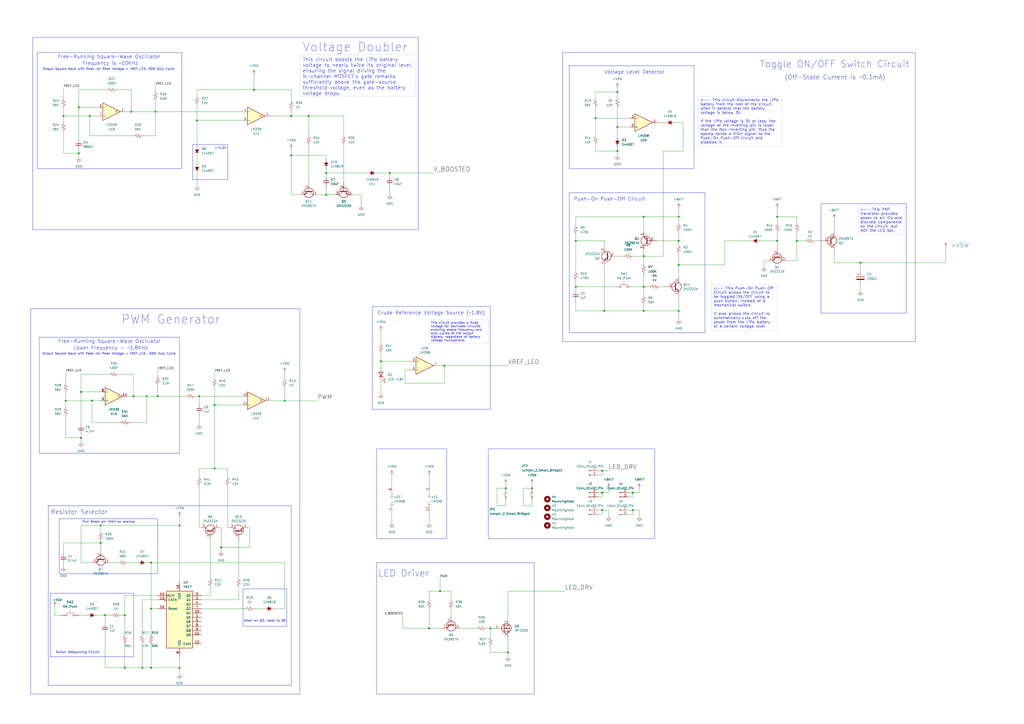
<source format=kicad_sch>
(kicad_sch (version 20231120) (generator "eeschema") (generator_version "8.0")
  (paper "A2")
  (junction (at 45.72 62.23))
  (junction (at 104.14 304.8))
  (junction (at 393.7 180.34))
  (junction (at 53.34 232.41))
  (junction (at 85.09 229.87))
  (junction (at 72.39 387.35))
  (junction (at 46.99 254))
  (junction (at 373.38 148.59))
  (junction (at 114.3 69.85))
  (junction (at 165.1 232.41))
  (junction (at 393.7 153.67))
  (junction (at 77.47 229.87))
  (junction (at 334.01 166.37))
  (junction (at 82.55 387.35))
  (junction (at 38.1 232.41))
  (junction (at 87.63 326.39))
  (junction (at 87.63 353.06))
  (junction (at 358.14 53.34))
  (junction (at 60.96 356.87))
  (junction (at 58.42 314.96))
  (junction (at 257.81 212.09))
  (junction (at 373.38 166.37))
  (junction (at 189.23 100.33))
  (junction (at 349.25 295.91))
  (junction (at 255.27 342.9))
  (junction (at 349.25 285.75))
  (junction (at 179.07 67.31))
  (junction (at 450.85 125.73))
  (junction (at 115.57 229.87))
  (junction (at 358.14 87.63))
  (junction (at 147.32 52.07))
  (junction (at 462.28 139.7))
  (junction (at 124.46 234.95))
  (junction (at 72.39 356.87))
  (junction (at 52.07 67.31))
  (junction (at 373.38 180.34))
  (junction (at 373.38 125.73))
  (junction (at 168.91 67.31))
  (junction (at 58.42 304.8))
  (junction (at 294.64 378.46))
  (junction (at 46.99 227.33))
  (junction (at 393.7 139.7))
  (junction (at 45.72 88.9))
  (junction (at 124.46 271.78))
  (junction (at 226.06 100.33))
  (junction (at 189.23 113.03))
  (junction (at 220.98 209.55))
  (junction (at 91.44 229.87))
  (junction (at 350.52 180.34))
  (junction (at 367.03 285.75))
  (junction (at 393.7 125.73))
  (junction (at 168.91 90.17))
  (junction (at 248.92 364.49))
  (junction (at 36.83 67.31))
  (junction (at 499.11 152.4))
  (junction (at 367.03 295.91))
  (junction (at 293.37 283.21))
  (junction (at 90.17 64.77))
  (junction (at 284.48 364.49))
  (junction (at 334.01 139.7))
  (junction (at 128.27 317.5))
  (junction (at 358.14 73.66))
  (junction (at 87.63 387.35))
  (junction (at 450.85 139.7))
  (junction (at 76.2 64.77))
  (junction (at 345.44 68.58))
  (junction (at 308.61 283.21))
  (junction (at 349.25 273.05))
  (junction (at 104.14 387.35))
  (wire (pts (xy 220.98 204.47) (xy 220.98 209.55)))
  (wire (pts (xy 124.46 234.95) (xy 140.97 234.95)))
  (wire (pts (xy 62.23 52.07) (xy 45.72 52.07)))
  (wire (pts (xy 462.28 129.54) (xy 462.28 125.73)))
  (wire (pts (xy 165.1 232.41) (xy 184.15 232.41)))
  (wire (pts (xy 308.61 289.56) (xy 308.61 293.37)))
  (wire (pts (xy 373.38 134.62) (xy 373.38 125.73)))
  (wire (pts (xy 294.64 369.57) (xy 294.64 378.46)))
  (wire (pts (xy 346.71 285.75) (xy 349.25 285.75)))
  (wire (pts (xy 227.33 297.18) (xy 227.33 303.53)))
  (wire (pts (xy 334.01 162.56) (xy 334.01 166.37)))
  (wire (pts (xy 209.55 113.03) (xy 209.55 119.38)))
  (wire (pts (xy 72.39 345.44) (xy 91.44 345.44)))
  (wire (pts (xy 218.44 100.33) (xy 226.06 100.33)))
  (wire (pts (xy 548.64 152.4) (xy 499.11 152.4)))
  (wire (pts (xy 168.91 63.5) (xy 168.91 67.31)))
  (wire (pts (xy 189.23 107.95) (xy 189.23 113.03)))
  (wire (pts (xy 345.44 62.23) (xy 345.44 68.58)))
  (wire (pts (xy 364.49 288.29) (xy 367.03 288.29)))
  (wire (pts (xy 257.81 222.25) (xy 257.81 212.09)))
  (wire (pts (xy 45.72 356.87) (xy 50.8 356.87)))
  (wire (pts (xy 373.38 166.37) (xy 373.38 171.45)))
  (wire (pts (xy 261.62 342.9) (xy 261.62 347.98)))
  (wire (pts (xy 308.61 280.67) (xy 308.61 283.21)))
  (wire (pts (xy 358.14 73.66) (xy 365.76 73.66)))
  (wire (pts (xy 220.98 191.77) (xy 220.98 199.39)))
  (wire (pts (xy 38.1 215.9) (xy 38.1 222.25)))
  (wire (pts (xy 38.1 232.41) (xy 38.1 236.22)))
  (wire (pts (xy 467.36 139.7) (xy 462.28 139.7)))
  (wire (pts (xy 45.72 62.23) (xy 57.15 62.23)))
  (wire (pts (xy 179.07 83.82) (xy 179.07 105.41)))
  (wire (pts (xy 45.72 88.9) (xy 45.72 91.44)))
  (wire (pts (xy 327.66 342.9) (xy 294.64 342.9)))
  (wire (pts (xy 31.75 356.87) (xy 31.75 351.79)))
  (wire (pts (xy 435.61 139.7) (xy 420.37 139.7)))
  (wire (pts (xy 189.23 100.33) (xy 213.36 100.33)))
  (wire (pts (xy 38.1 232.41) (xy 53.34 232.41)))
  (wire (pts (xy 462.28 139.7) (xy 462.28 151.13)))
  (wire (pts (xy 462.28 139.7) (xy 462.28 134.62)))
  (wire (pts (xy 138.43 335.28) (xy 138.43 313.69)))
  (wire (pts (xy 124.46 224.79) (xy 124.46 234.95)))
  (wire (pts (xy 261.62 353.06) (xy 261.62 356.87)))
  (wire (pts (xy 248.92 353.06) (xy 248.92 364.49)))
  (wire (pts (xy 377.19 166.37) (xy 373.38 166.37)))
  (wire (pts (xy 104.14 304.8) (xy 104.14 337.82)))
  (wire (pts (xy 199.39 83.82) (xy 199.39 105.41)))
  (wire (pts (xy 293.37 289.56) (xy 293.37 293.37)))
  (wire (pts (xy 227.33 275.59) (xy 227.33 281.94)))
  (wire (pts (xy 115.57 276.86) (xy 115.57 271.78)))
  (wire (pts (xy 266.7 364.49) (xy 276.86 364.49)))
  (wire (pts (xy 349.25 295.91) (xy 349.25 298.45)))
  (wire (pts (xy 455.93 151.13) (xy 462.28 151.13)))
  (wire (pts (xy 85.09 229.87) (xy 91.44 229.87)))
  (wire (pts (xy 77.47 78.74) (xy 52.07 78.74)))
  (wire (pts (xy 294.64 342.9) (xy 294.64 359.41)))
  (wire (pts (xy 114.3 60.96) (xy 114.3 69.85)))
  (wire (pts (xy 53.34 245.11) (xy 53.34 232.41)))
  (wire (pts (xy 121.92 345.44) (xy 121.92 340.36)))
  (wire (pts (xy 114.3 90.17) (xy 114.3 95.25)))
  (wire (pts (xy 115.57 240.03) (xy 115.57 246.38)))
  (wire (pts (xy 104.14 381) (xy 104.14 387.35)))
  (wire (pts (xy 165.1 326.39) (xy 165.1 353.06)))
  (wire (pts (xy 350.52 180.34) (xy 373.38 180.34)))
  (wire (pts (xy 87.63 373.38) (xy 87.63 387.35)))
  (wire (pts (xy 226.06 107.95) (xy 226.06 113.03)))
  (wire (pts (xy 226.06 100.33) (xy 226.06 102.87)))
  (wire (pts (xy 367.03 166.37) (xy 373.38 166.37)))
  (wire (pts (xy 334.01 180.34) (xy 350.52 180.34)))
  (wire (pts (xy 45.72 52.07) (xy 45.72 62.23)))
  (wire (pts (xy 77.47 217.17) (xy 68.58 217.17)))
  (wire (pts (xy 293.37 283.21) (xy 293.37 284.48)))
  (wire (pts (xy 104.14 299.72) (xy 104.14 304.8)))
  (wire (pts (xy 450.85 125.73) (xy 450.85 129.54)))
  (wire (pts (xy 294.64 378.46) (xy 294.64 381)))
  (wire (pts (xy 353.06 295.91) (xy 353.06 299.72)))
  (wire (pts (xy 144.78 317.5) (xy 144.78 306.07)))
  (wire (pts (xy 36.83 76.2) (xy 36.83 88.9)))
  (wire (pts (xy 128.27 317.5) (xy 144.78 317.5)))
  (wire (pts (xy 254 212.09) (xy 257.81 212.09)))
  (wire (pts (xy 85.09 245.11) (xy 74.93 245.11)))
  (wire (pts (xy 393.7 147.32) (xy 393.7 153.67)))
  (wire (pts (xy 345.44 87.63) (xy 358.14 87.63)))
  (wire (pts (xy 358.14 73.66) (xy 358.14 80.01)))
  (wire (pts (xy 52.07 67.31) (xy 57.15 67.31)))
  (wire (pts (xy 349.25 273.05) (xy 353.06 273.05)))
  (wire (pts (xy 46.99 227.33) (xy 46.99 246.38)))
  (wire (pts (xy 358.14 85.09) (xy 358.14 87.63)))
  (wire (pts (xy 168.91 86.36) (xy 168.91 90.17)))
  (wire (pts (xy 45.72 86.36) (xy 45.72 88.9)))
  (wire (pts (xy 36.83 321.31) (xy 36.83 314.96)))
  (wire (pts (xy 334.01 125.73) (xy 373.38 125.73)))
  (wire (pts (xy 346.71 275.59) (xy 349.25 275.59)))
  (wire (pts (xy 76.2 64.77) (xy 76.2 52.07)))
  (wire (pts (xy 114.3 52.07) (xy 114.3 55.88)))
  (wire (pts (xy 220.98 220.98) (xy 220.98 228.6)))
  (wire (pts (xy 38.1 227.33) (xy 38.1 232.41)))
  (wire (pts (xy 72.39 368.3) (xy 72.39 356.87)))
  (wire (pts (xy 396.24 71.12) (xy 396.24 87.63)))
  (wire (pts (xy 548.64 143.51) (xy 548.64 152.4)))
  (wire (pts (xy 127 306.07) (xy 128.27 306.07)))
  (wire (pts (xy 189.23 100.33) (xy 189.23 97.79)))
  (wire (pts (xy 308.61 283.21) (xy 308.61 284.48)))
  (wire (pts (xy 69.85 356.87) (xy 72.39 356.87)))
  (wire (pts (xy 248.92 347.98) (xy 248.92 342.9)))
  (wire (pts (xy 391.16 71.12) (xy 396.24 71.12)))
  (wire (pts (xy 115.57 229.87) (xy 140.97 229.87)))
  (wire (pts (xy 349.25 273.05) (xy 349.25 275.59)))
  (wire (pts (xy 370.84 295.91) (xy 370.84 299.72)))
  (wire (pts (xy 36.83 314.96) (xy 58.42 314.96)))
  (wire (pts (xy 393.7 134.62) (xy 393.7 139.7)))
  (wire (pts (xy 450.85 134.62) (xy 450.85 139.7)))
  (wire (pts (xy 284.48 364.49) (xy 284.48 369.57)))
  (wire (pts (xy 58.42 314.96) (xy 58.42 318.77)))
  (wire (pts (xy 364.49 285.75) (xy 367.03 285.75)))
  (wire (pts (xy 303.53 283.21) (xy 308.61 283.21)))
  (wire (pts (xy 248.92 275.59) (xy 248.92 281.94)))
  (wire (pts (xy 69.85 245.11) (xy 53.34 245.11)))
  (wire (pts (xy 36.83 326.39) (xy 36.83 328.93)))
  (wire (pts (xy 334.01 139.7) (xy 334.01 157.48)))
  (wire (pts (xy 220.98 209.55) (xy 220.98 213.36)))
  (wire (pts (xy 116.84 347.98) (xy 138.43 347.98)))
  (wire (pts (xy 350.52 139.7) (xy 334.01 139.7)))
  (wire (pts (xy 115.57 281.94) (xy 115.57 306.07)))
  (wire (pts (xy 114.3 100.33) (xy 114.3 107.95)))
  (wire (pts (xy 90.17 78.74) (xy 82.55 78.74)))
  (wire (pts (xy 76.2 52.07) (xy 67.31 52.07)))
  (wire (pts (xy 220.98 209.55) (xy 238.76 209.55)))
  (wire (pts (xy 204.47 113.03) (xy 209.55 113.03)))
  (wire (pts (xy 132.08 271.78) (xy 132.08 276.86)))
  (wire (pts (xy 46.99 304.8) (xy 58.42 304.8)))
  (wire (pts (xy 349.25 295.91) (xy 353.06 295.91)))
  (wire (pts (xy 58.42 308.61) (xy 58.42 304.8)))
  (wire (pts (xy 233.68 356.87) (xy 233.68 364.49)))
  (wire (pts (xy 60.96 367.03) (xy 60.96 387.35)))
  (wire (pts (xy 393.7 171.45) (xy 393.7 180.34)))
  (wire (pts (xy 353.06 283.21) (xy 353.06 285.75)))
  (wire (pts (xy 288.29 293.37) (xy 288.29 283.21)))
  (wire (pts (xy 396.24 87.63) (xy 384.81 87.63)))
  (wire (pts (xy 52.07 78.74) (xy 52.07 67.31)))
  (wire (pts (xy 76.2 64.77) (xy 90.17 64.77)))
  (wire (pts (xy 367.03 148.59) (xy 373.38 148.59)))
  (wire (pts (xy 293.37 293.37) (xy 288.29 293.37)))
  (wire (pts (xy 113.03 229.87) (xy 115.57 229.87)))
  (wire (pts (xy 36.83 50.8) (xy 36.83 57.15)))
  (wire (pts (xy 184.15 113.03) (xy 189.23 113.03)))
  (wire (pts (xy 116.84 345.44) (xy 121.92 345.44)))
  (wire (pts (xy 226.06 100.33) (xy 251.46 100.33)))
  (wire (pts (xy 234.95 214.63) (xy 234.95 222.25)))
  (wire (pts (xy 345.44 68.58) (xy 345.44 78.74)))
  (wire (pts (xy 358.14 50.8) (xy 358.14 53.34)))
  (wire (pts (xy 189.23 113.03) (xy 194.31 113.03)))
  (wire (pts (xy 393.7 120.65) (xy 393.7 125.73)))
  (wire (pts (xy 132.08 306.07) (xy 133.35 306.07)))
  (wire (pts (xy 128.27 317.5) (xy 128.27 320.04)))
  (wire (pts (xy 189.23 92.71) (xy 189.23 90.17)))
  (wire (pts (xy 248.92 342.9) (xy 255.27 342.9)))
  (wire (pts (xy 345.44 53.34) (xy 358.14 53.34)))
  (wire (pts (xy 38.1 254) (xy 46.99 254)))
  (wire (pts (xy 367.03 295.91) (xy 367.03 298.45)))
  (wire (pts (xy 420.37 153.67) (xy 393.7 153.67)))
  (wire (pts (xy 373.38 176.53) (xy 373.38 180.34)))
  (wire (pts (xy 46.99 217.17) (xy 46.99 227.33)))
  (wire (pts (xy 384.81 148.59) (xy 373.38 148.59)))
  (wire (pts (xy 124.46 234.95) (xy 124.46 271.78)))
  (wire (pts (xy 189.23 90.17) (xy 168.91 90.17)))
  (wire (pts (xy 35.56 356.87) (xy 31.75 356.87)))
  (wire (pts (xy 370.84 283.21) (xy 370.84 285.75)))
  (wire (pts (xy 36.83 62.23) (xy 36.83 67.31)))
  (wire (pts (xy 450.85 120.65) (xy 450.85 125.73)))
  (wire (pts (xy 91.44 214.63) (xy 91.44 218.44)))
  (wire (pts (xy 373.38 158.75) (xy 373.38 166.37)))
  (wire (pts (xy 128.27 306.07) (xy 128.27 317.5)))
  (wire (pts (xy 334.01 166.37) (xy 334.01 168.91)))
  (wire (pts (xy 384.81 87.63) (xy 384.81 148.59)))
  (wire (pts (xy 248.92 364.49) (xy 256.54 364.49)))
  (wire (pts (xy 115.57 229.87) (xy 115.57 234.95)))
  (wire (pts (xy 349.25 285.75) (xy 349.25 288.29)))
  (wire (pts (xy 381 139.7) (xy 393.7 139.7)))
  (wire (pts (xy 38.1 241.3) (xy 38.1 254)))
  (wire (pts (xy 346.71 298.45) (xy 349.25 298.45)))
  (wire (pts (xy 334.01 130.81) (xy 334.01 125.73)))
  (wire (pts (xy 450.85 139.7) (xy 440.69 139.7)))
  (wire (pts (xy 350.52 153.67) (xy 350.52 180.34)))
  (wire (pts (xy 303.53 293.37) (xy 303.53 283.21)))
  (wire (pts (xy 334.01 139.7) (xy 334.01 135.89)))
  (wire (pts (xy 87.63 387.35) (xy 104.14 387.35)))
  (wire (pts (xy 476.25 139.7) (xy 472.44 139.7)))
  (wire (pts (xy 36.83 67.31) (xy 52.07 67.31)))
  (wire (pts (xy 58.42 304.8) (xy 104.14 304.8)))
  (wire (pts (xy 46.99 227.33) (xy 58.42 227.33)))
  (wire (pts (xy 308.61 293.37) (xy 303.53 293.37)))
  (wire (pts (xy 91.44 223.52) (xy 91.44 229.87)))
  (wire (pts (xy 284.48 374.65) (xy 284.48 378.46)))
  (wire (pts (xy 443.23 154.94) (xy 443.23 151.13)))
  (wire (pts (xy 63.5 326.39) (xy 68.58 326.39)))
  (wire (pts (xy 147.32 52.07) (xy 168.91 52.07)))
  (wire (pts (xy 58.42 313.69) (xy 58.42 314.96)))
  (wire (pts (xy 165.1 353.06) (xy 158.75 353.06)))
  (wire (pts (xy 358.14 53.34) (xy 358.14 57.15)))
  (wire (pts (xy 173.99 113.03) (xy 168.91 113.03)))
  (wire (pts (xy 248.92 297.18) (xy 248.92 303.53)))
  (wire (pts (xy 393.7 180.34) (xy 393.7 185.42)))
  (wire (pts (xy 114.3 85.09) (xy 114.3 69.85)))
  (wire (pts (xy 364.49 295.91) (xy 367.03 295.91)))
  (wire (pts (xy 165.1 232.41) (xy 156.21 232.41)))
  (wire (pts (xy 138.43 347.98) (xy 138.43 340.36)))
  (wire (pts (xy 53.34 326.39) (xy 46.99 326.39)))
  (wire (pts (xy 483.87 144.78) (xy 483.87 152.4)))
  (wire (pts (xy 345.44 53.34) (xy 345.44 57.15)))
  (wire (pts (xy 46.99 326.39) (xy 46.99 304.8)))
  (wire (pts (xy 443.23 151.13) (xy 445.77 151.13)))
  (wire (pts (xy 238.76 214.63) (xy 234.95 214.63)))
  (wire (pts (xy 373.38 144.78) (xy 373.38 148.59)))
  (wire (pts (xy 386.08 166.37) (xy 382.27 166.37)))
  (wire (pts (xy 147.32 52.07) (xy 114.3 52.07)))
  (wire (pts (xy 349.25 285.75) (xy 353.06 285.75)))
  (wire (pts (xy 115.57 306.07) (xy 116.84 306.07)))
  (wire (pts (xy 234.95 222.25) (xy 257.81 222.25)))
  (wire (pts (xy 132.08 281.94) (xy 132.08 306.07)))
  (wire (pts (xy 87.63 326.39) (xy 165.1 326.39)))
  (wire (pts (xy 281.94 364.49) (xy 284.48 364.49)))
  (wire (pts (xy 364.49 298.45) (xy 367.03 298.45)))
  (wire (pts (xy 82.55 368.3) (xy 82.55 347.98)))
  (wire (pts (xy 189.23 100.33) (xy 189.23 102.87)))
  (wire (pts (xy 165.1 215.9) (xy 165.1 219.71)))
  (wire (pts (xy 284.48 364.49) (xy 287.02 364.49)))
  (wire (pts (xy 288.29 283.21) (xy 293.37 283.21)))
  (wire (pts (xy 60.96 356.87) (xy 60.96 361.95)))
  (wire (pts (xy 367.03 295.91) (xy 370.84 295.91)))
  (wire (pts (xy 367.03 285.75) (xy 370.84 285.75)))
  (wire (pts (xy 168.91 52.07) (xy 168.91 58.42)))
  (wire (pts (xy 53.34 232.41) (xy 58.42 232.41)))
  (wire (pts (xy 346.71 295.91) (xy 349.25 295.91)))
  (wire (pts (xy 248.92 364.49) (xy 233.68 364.49)))
  (wire (pts (xy 90.17 49.53) (xy 90.17 53.34)))
  (wire (pts (xy 73.66 229.87) (xy 77.47 229.87)))
  (wire (pts (xy 115.57 271.78) (xy 124.46 271.78)))
  (wire (pts (xy 46.99 251.46) (xy 46.99 254)))
  (wire (pts (xy 334.01 166.37) (xy 356.87 166.37)))
  (wire (pts (xy 63.5 217.17) (xy 46.99 217.17)))
  (wire (pts (xy 121.92 335.28) (xy 121.92 313.69)))
  (wire (pts (xy 420.37 139.7) (xy 420.37 153.67)))
  (wire (pts (xy 334.01 173.99) (xy 334.01 180.34)))
  (wire (pts (xy 346.71 273.05) (xy 349.25 273.05)))
  (wire (pts (xy 82.55 347.98) (xy 91.44 347.98)))
  (wire (pts (xy 293.37 280.67) (xy 293.37 283.21)))
  (wire (pts (xy 90.17 58.42) (xy 90.17 64.77)))
  (wire (pts (xy 373.38 125.73) (xy 393.7 125.73)))
  (wire (pts (xy 393.7 153.67) (xy 393.7 161.29)))
  (wire (pts (xy 156.21 67.31) (xy 168.91 67.31)))
  (wire (pts (xy 199.39 78.74) (xy 199.39 67.31)))
  (wire (pts (xy 393.7 125.73) (xy 393.7 129.54)))
  (wire (pts (xy 90.17 64.77) (xy 140.97 64.77)))
  (wire (pts (xy 104.14 387.35) (xy 104.14 391.16)))
  (wire (pts (xy 483.87 127) (xy 483.87 134.62)))
  (wire (pts (xy 165.1 224.79) (xy 165.1 232.41)))
  (wire (pts (xy 91.44 229.87) (xy 107.95 229.87)))
  (wire (pts (xy 45.72 62.23) (xy 45.72 81.28)))
  (wire (pts (xy 72.39 64.77) (xy 76.2 64.77)))
  (wire (pts (xy 450.85 143.51) (xy 450.85 139.7)))
  (wire (pts (xy 153.67 353.06) (xy 147.32 353.06)))
  (wire (pts (xy 85.09 326.39) (xy 87.63 326.39)))
  (wire (pts (xy 124.46 271.78) (xy 132.08 271.78)))
  (wire (pts (xy 82.55 387.35) (xy 87.63 387.35)))
  (wire (pts (xy 255.27 342.9) (xy 261.62 342.9)))
  (wire (pts (xy 60.96 356.87) (xy 64.77 356.87)))
  (wire (pts (xy 358.14 148.59) (xy 361.95 148.59)))
  (wire (pts (xy 147.32 43.18) (xy 147.32 52.07)))
  (wire (pts (xy 346.71 288.29) (xy 349.25 288.29)))
  (wire (pts (xy 87.63 353.06) (xy 87.63 368.3)))
  (wire (pts (xy 499.11 165.1) (xy 499.11 168.91)))
  (wire (pts (xy 72.39 373.38) (xy 72.39 387.35)))
  (wire (pts (xy 87.63 353.06) (xy 87.63 326.39)))
  (wire (pts (xy 499.11 152.4) (xy 499.11 157.48)))
  (wire (pts (xy 345.44 83.82) (xy 345.44 87.63)))
  (wire (pts (xy 36.83 88.9) (xy 45.72 88.9)))
  (wire (pts (xy 499.11 152.4) (xy 483.87 152.4)))
  (wire (pts (xy 116.84 353.06) (xy 142.24 353.06)))
  (wire (pts (xy 393.7 139.7) (xy 393.7 142.24)))
  (wire (pts (xy 124.46 215.9) (xy 124.46 219.71)))
  (wire (pts (xy 85.09 229.87) (xy 85.09 245.11)))
  (wire (pts (xy 77.47 229.87) (xy 85.09 229.87)))
  (wire (pts (xy 60.96 387.35) (xy 72.39 387.35)))
  (wire (pts (xy 284.48 378.46) (xy 294.64 378.46)))
  (wire (pts (xy 90.17 64.77) (xy 90.17 78.74)))
  (wire (pts (xy 179.07 67.31) (xy 168.91 67.31)))
  (wire (pts (xy 73.66 326.39) (xy 80.01 326.39)))
  (wire (pts (xy 55.88 356.87) (xy 60.96 356.87)))
  (wire (pts (xy 91.44 353.06) (xy 87.63 353.06)))
  (wire (pts (xy 199.39 67.31) (xy 179.07 67.31)))
  (wire (pts (xy 72.39 356.87) (xy 72.39 345.44)))
  (wire (pts (xy 373.38 180.34) (xy 393.7 180.34)))
  (wire (pts (xy 255.27 335.28) (xy 255.27 342.9)))
  (wire (pts (xy 367.03 285.75) (xy 367.03 288.29)))
  (wire (pts (xy 114.3 69.85) (xy 140.97 69.85)))
  (wire (pts (xy 373.38 148.59) (xy 373.38 153.67)))
  (wire (pts (xy 168.91 90.17) (xy 168.91 113.03)))
  (wire (pts (xy 381 71.12) (xy 386.08 71.12)))
  (wire (pts (xy 462.28 125.73) (xy 450.85 125.73)))
  (wire (pts (xy 77.47 229.87) (xy 77.47 217.17)))
  (wire (pts (xy 358.14 62.23) (xy 358.14 73.66)))
  (wire (pts (xy 72.39 387.35) (xy 82.55 387.35)))
  (wire (pts (xy 350.52 143.51) (xy 350.52 139.7)))
  (wire (pts (xy 46.99 254) (xy 46.99 256.54)))
  (wire (pts (xy 179.07 78.74) (xy 179.07 67.31)))
  (wire (pts (xy 82.55 373.38) (xy 82.55 387.35)))
  (wire (pts (xy 345.44 68.58) (xy 365.76 68.58)))
  (wire (pts (xy 36.83 67.31) (xy 36.83 71.12)))
  (wire (pts (xy 144.78 306.07) (xy 143.51 306.07)))
  (wire (pts (xy 257.81 212.09) (xy 294.64 212.09)))
  (wire (pts (xy 358.14 87.63) (xy 358.14 90.17)))
  (rectangle (start 330.2 111.76) (end 408.94 193.04))
  (rectangle (start 218.44 260.35) (end 259.08 312.42))
  (rectangle (start 111.76 83.82) (end 132.08 104.14))
  (rectangle (start 34.29 300.99) (end 91.44 332.74))
  (rectangle (start 19.05 21.59) (end 242.57 133.35))
  (rectangle (start 476.25 118.11) (end 525.78 181.61))
  (rectangle (start 330.2 38.1) (end 402.59 97.79))
  (rectangle (start 22.86 195.58) (end 104.14 262.89))
  (rectangle (start 27.94 293.37) (end 168.91 397.51))
  (rectangle (start 29.21 344.17) (end 77.47 381))
  (rectangle (start 17.78 179.07) (end 173.99 402.59))
  (rectangle (start 326.39 30.48) (end 530.86 198.12))
  (rectangle (start 140.97 341.63) (end 166.37 363.22))
  (rectangle (start 215.9 177.8) (end 284.48 237.49))
  (rectangle (start 21.59 30.48) (end 105.41 97.79))
  (rectangle (start 283.21 260.35) (end 379.73 312.42))
  (rectangle (start 218.44 326.39) (end 309.88 402.59))
  (text_box "<-- This circuit disconnects the LiPo battery from the rest of the circuit when it detects that the battery voltage is below 3V.\n\nIf the LiPo voltage is 3V or less, the voltage at the Inverting pin is lower than the Non-Inverting pin, thus the opamp sends a HIGH signal to the Push-On Push-Off circuit and disables it." (at 405.13 55.88 0) (size 48.26 29.21) (stroke (width 0) (type dot)) (effects (font (size 1.524 1.524)) (justify left top)))
  (text_box "This circuit boosts the LiPo battery voltage to nearly twice its original level, ensuring the signal driving the N-channel MOSFET's gate remains sufficiently above the gate-source threshold voltage, even as the battery voltage drops. " (at 173.99 31.75 0) (size 67.31 24.13) (stroke (width 0) (type dot)) (effects (font (size 2.032 2.032)) (justify left top)))
  (text_box "<-- This Push-On Push-Off Circuit allows the circuit to be toggled ON/OFF using a push button, instead of a mechanical switch.\n\nIt also allows the circuit to automatically cuts off the power from the LiPo battery at a certain voltage level" (at 412.75 165.1 0) (size 38.1 26.67) (stroke (width 0) (type dot)) (effects (font (size 1.524 1.524)) (justify left top)))
  (text_box "<-- This PNP transistor provides power to all ICs and discrete components on the circuit, but NOT the LED bar." (at 497.84 119.38 0) (size 26.67 16.51) (stroke (width 0) (type dot)) (effects (font (size 1.524 1.524)) (justify left top)))
  (text_box "This circuit provides a fixed voltage for oscillator circuits, ensuring stable frequency and duty cycles of the output signals, regardless of battery voltage fluctuations." (at 248.92 185.42 0) (size 34.29 13.97) (stroke (width 0) (type dot)) (effects (font (size 1.27 1.27)) (justify left top)))
  (text "LED Driver" (at 234.188 332.74 0) (effects (font (size 3.81 3.81))))
  (text "Frequency is ~10KHz" (at 64.008 36.83 0) (effects (font (size 2.032 2.032))))
  (text "Crude Reference Voltage Source (~1.8V)" (at 250.19 181.61 0) (effects (font (size 2.032 2.032))))
  (text "Voltage Level Detector" (at 368.046 41.91 0) (effects (font (size 2.032 2.032))))
  (text "Free-Running Square-Wave Oscillator" (at 63.5 198.12 0) (effects (font (size 2.032 2.032))))
  (text "Push-On Push-Off Circuit" (at 353.568 115.57 0) (effects (font (size 2.032 2.032))))
  (text "PWM Generator" (at 99.06 185.42 0) (effects (font (size 5.08 5.08))))
  (text "Output Square Wave with Peak-to-Peak Voltage = VREF_LED, 50% Duty Cycle" (at 62.992 40.132 0) (effects (font (size 1.27 1.27))))
  (text "Resistor Selector" (at 45.974 297.18 0) (effects (font (size 2.54 2.54))))
  (text "Lower Frequency - ~1.8KHz" (at 64.262 201.93 0) (effects (font (size 2.032 2.032))))
  (text "Toggle ON/OFF Switch Circuit" (at 484.124 37.338 0) (effects (font (size 3.81 3.81))))
  (text "Free-Running Square-Wave Oscillator" (at 63.246 33.02 0) (effects (font (size 2.032 2.032))))
  (text "When on Q3, reset to Q0" (at 153.67 360.172 0) (effects (font (size 1.27 1.27))))
  (text "Output Square Wave with Peak-to-Peak Voltage = VREF_LED, ~50% Duty Cycle" (at 63.246 205.232 0) (effects (font (size 1.27 1.27))))
  (text "(Off-State Current is ~0.1mA)" (at 484.378 44.958 0) (effects (font (size 2.54 2.54))))
  (text "Voltage Doubler" (at 205.994 27.432 0) (effects (font (size 5.08 5.08))))
  (text "=~1.2V" (at 127.762 85.852 0) (effects (font (size 1.27 1.27))))
  (text "Pull Reset pin HIGH on startup" (at 62.992 302.768 0) (effects (font (size 1.27 1.27))))
  (text "Switch Debouncing Circuit\n" (at 44.958 378.46 0) (effects (font (size 1.27 1.27))))
  (label "VREF_LED" (at 38.1 215.9 0))
  (label "LED_DRV" (at 327.66 342.9 0) (effects (font (size 2.54 2.54))))
  (label "PWM" (at 255.27 335.28 0))
  (label "VREF_LED" (at 91.44 214.63 0))
  (label "VREF_LED" (at 124.46 215.9 0))
  (label "V_BOOSTED" (at 251.46 100.33 0) (effects (font (size 2.54 2.54))))
  (label "PWM" (at 184.15 232.41 0) (effects (font (size 2.54 2.54))))
  (label "LED_DRV" (at 353.06 273.05 0) (effects (font (size 2.54 2.54))))
  (label "VREF_LED" (at 90.17 49.53 0))
  (label "VREF_LED" (at 294.64 212.09 0) (effects (font (size 2.54 2.54))))
  (label "VREF_LED" (at 36.83 50.8 0))
  (label "V_BOOSTED" (at 233.68 356.87 180))
  (symbol (lib_id "power:+VSW") (at 168.91 86.36 0) (unit 1)
    (property "Reference" "#PWR022" (effects (hide yes)))
    (property "Value" "+VSW" (at 168.91 81.28 0))
    (property "Description" "Power symbol creates a global label with name \"+VSW\"" (effects (hide yes)))
  )
  (symbol (lib_id "Device:D_Small_Filled") (at 358.14 82.55 90) (unit 1)
    (property "Reference" "D3" (at 360.68 81.2799 90) (effects (justify right)))
    (property "Value" "1n4007" (at 360.68 83.8199 90) (effects (justify right)))
    (property "Footprint" "Diode_SMD:D_SOD-123" (effects (hide yes)))
    (property "Description" "Diode, small symbol, filled shape" (effects (hide yes)))
    (property "Sim.Device" "D" (effects (hide yes)))
    (property "Sim.Pins" "1=K 2=A" (effects (hide yes)))
  )
  (symbol (lib_id "Device:C_Small") (at 226.06 105.41 0) (unit 1)
    (property "Reference" "C8" (at 228.6 104.1462 0) (effects (justify left)))
    (property "Value" "10uF" (at 228.6 106.6862 0) (effects (justify left)))
    (property "Footprint" "Capacitor_SMD:C_0603_1608Metric_Pad1.08x0.95mm_HandSolder" (effects (hide yes)))
    (property "Description" "Unpolarized capacitor, small symbol" (effects (hide yes)))
  )
  (symbol (lib_id "4xxx:4017") (at 104.14 358.14 0) (unit 1)
    (property "Reference" "U3" (at 106.3341 337.82 0) (effects (justify left)))
    (property "Value" "4017" (at 106.3341 340.36 0) (effects (justify left)))
    (property "Footprint" "Package_DIP:DIP-16_W7.62mm" (effects (hide yes)))
    (property "Datasheet" "http://www.intersil.com/content/dam/Intersil/documents/cd40/cd4017bms-22bms.pdf" (effects (hide yes)))
    (property "Description" "Johnson Counter ( 10 outputs )" (effects (hide yes)))
  )
  (symbol (lib_id "Device:C_Small") (at 189.23 105.41 0) (unit 1)
    (property "Reference" "C7" (at 191.77 104.1462 0) (effects (justify left)))
    (property "Value" "10uF" (at 191.77 106.6862 0) (effects (justify left)))
    (property "Footprint" "Capacitor_SMD:C_0603_1608Metric_Pad1.08x0.95mm_HandSolder" (effects (hide yes)))
    (property "Description" "Unpolarized capacitor, small symbol" (effects (hide yes)))
  )
  (symbol (lib_id "power:GND") (at 128.27 320.04 0) (unit 1)
    (property "Reference" "#PWR029" (effects (hide yes)))
    (property "Value" "GND" (at 128.27 325.12 0))
    (property "Description" "Power symbol creates a global label with name \"GND\" , ground" (effects (hide yes)))
  )
  (symbol (lib_id "power:+VSW") (at 31.75 351.79 0) (unit 1)
    (property "Reference" "#PWR019" (effects (hide yes)))
    (property "Value" "+VSW" (at 33.274 347.98 0))
    (property "Description" "Power symbol creates a global label with name \"+VSW\"" (effects (hide yes)))
  )
  (symbol (lib_id "Device:R_Small_US") (at 91.44 220.98 0) (unit 1)
    (property "Reference" "R32" (at 93.98 219.7099 0) (effects (justify left)))
    (property "Value" "3.3K" (at 93.98 222.2499 0) (effects (justify left)))
    (property "Footprint" "Resistor_SMD:R_0603_1608Metric_Pad0.98x0.95mm_HandSolder" (effects (hide yes)))
    (property "Description" "Resistor, small US symbol" (effects (hide yes)))
  )
  (symbol (lib_id "Device:R_Small_US") (at 72.39 245.11 90) (unit 1)
    (property "Reference" "R31" (at 72.39 238.76 90))
    (property "Value" "56K" (at 72.39 241.3 90))
    (property "Footprint" "Resistor_SMD:R_0603_1608Metric_Pad0.98x0.95mm_HandSolder" (effects (hide yes)))
    (property "Description" "Resistor, small US symbol" (effects (hide yes)))
  )
  (symbol (lib_id "power:GND") (at 443.23 154.94 0) (unit 1)
    (property "Reference" "#PWR031" (effects (hide yes)))
    (property "Value" "GND" (at 443.23 160.02 0))
    (property "Description" "Power symbol creates a global label with name \"GND\" , ground" (effects (hide yes)))
  )
  (symbol (lib_id "Device:R_Small_US") (at 90.17 55.88 0) (unit 1)
    (property "Reference" "R26" (at 92.71 54.6099 0) (effects (justify left)))
    (property "Value" "5.6K" (at 92.71 57.1499 0) (effects (justify left)))
    (property "Footprint" "Resistor_THT:R_Axial_DIN0207_L6.3mm_D2.5mm_P7.62mm_Horizontal" (effects (hide yes)))
    (property "Description" "Resistor, small US symbol" (effects (hide yes)))
  )
  (symbol (lib_id "Device:R_Small_US") (at 67.31 356.87 90) (unit 1)
    (property "Reference" "R18" (at 67.31 350.52 90))
    (property "Value" "1K" (at 67.31 353.06 90))
    (property "Footprint" "Resistor_SMD:R_0603_1608Metric_Pad0.98x0.95mm_HandSolder" (effects (hide yes)))
    (property "Description" "Resistor, small US symbol" (effects (hide yes)))
  )
  (symbol (lib_id "Device:R_Small_US") (at 58.42 311.15 0) (unit 1)
    (property "Reference" "R20" (at 60.96 309.8799 0) (effects (justify left)))
    (property "Value" "100K" (at 60.96 312.4199 0) (effects (justify left)))
    (property "Footprint" "Resistor_SMD:R_0603_1608Metric_Pad0.98x0.95mm_HandSolder" (effects (hide yes)))
    (property "Description" "Resistor, small US symbol" (effects (hide yes)))
  )
  (symbol (lib_id "Device:R_Small_US") (at 110.49 229.87 90) (unit 1)
    (property "Reference" "R47" (at 110.49 223.52 90))
    (property "Value" "100K" (at 110.49 226.06 90))
    (property "Footprint" "Resistor_SMD:R_0603_1608Metric_Pad0.98x0.95mm_HandSolder" (effects (hide yes)))
    (property "Description" "Resistor, small US symbol" (effects (hide yes)))
  )
  (symbol (lib_id "Device:R_Small_US") (at 379.73 166.37 90) (unit 1)
    (property "Reference" "R5" (at 379.73 160.02 90))
    (property "Value" "1K" (at 379.73 162.56 90))
    (property "Footprint" "Resistor_SMD:R_0603_1608Metric_Pad0.98x0.95mm_HandSolder" (effects (hide yes)))
    (property "Description" "Resistor, small US symbol" (effects (hide yes)))
  )
  (symbol (lib_id "Device:R_Small_US") (at 121.92 337.82 0) (unit 1)
    (property "Reference" "R12" (at 124.46 336.5499 0) (effects (justify left)))
    (property "Value" "12K" (at 124.46 339.0899 0) (effects (justify left)))
    (property "Footprint" "Resistor_THT:R_Axial_DIN0207_L6.3mm_D2.5mm_P7.62mm_Horizontal" (effects (hide yes)))
    (property "Description" "Resistor, small US symbol" (effects (hide yes)))
  )
  (symbol (lib_id "Device:R_Small_US") (at 373.38 173.99 0) (unit 1)
    (property "Reference" "R6" (at 375.92 172.7199 0) (effects (justify left)))
    (property "Value" "56K" (at 375.92 175.2599 0) (effects (justify left)))
    (property "Footprint" "Resistor_SMD:R_0603_1608Metric_Pad0.98x0.95mm_HandSolder" (effects (hide yes)))
    (property "Description" "Resistor, small US symbol" (effects (hide yes)))
  )
  (symbol (lib_id "Device:R_Small_US") (at 334.01 160.02 0) (unit 1)
    (property "Reference" "R10" (at 336.55 158.7499 0) (effects (justify left)))
    (property "Value" "470K" (at 336.55 161.2899 0) (effects (justify left)))
    (property "Footprint" "Resistor_SMD:R_0603_1608Metric_Pad0.98x0.95mm_HandSolder" (effects (hide yes)))
    (property "Description" "Resistor, small US symbol" (effects (hide yes)))
  )
  (symbol (lib_id "Device:Q_NPN_EBC") (at 138.43 308.61 90) (unit 1)
    (property "Reference" "Q10" (at 138.43 299.72 90))
    (property "Value" "2N2222A" (at 138.43 302.26 90))
    (property "Footprint" "Package_TO_SOT_THT:TO-92_Inline_Wide" (effects (hide yes)))
    (property "Description" "NPN transistor, emitter/base/collector" (effects (hide yes)))
  )
  (symbol (lib_id "Amplifier_Operational:LM358") (at 373.38 71.12 0) (mirror x) (unit 1)
    (property "Reference" "U2" (at 373.38 81.28 0))
    (property "Value" "LM358" (at 373.38 78.74 0))
    (property "Footprint" "Package_DIP:DIP-8_W7.62mm" (effects (hide yes)))
    (property "Datasheet" "http://www.ti.com/lit/ds/symlink/lm2904-n.pdf" (effects (hide yes)))
    (property "Description" "Low-Power, Dual Operational Amplifiers, DIP-8/SOIC-8/TO-99-8" (effects (hide yes)))
  )
  (symbol (lib_id "power:+VSW") (at 293.37 280.67 0) (unit 1)
    (property "Reference" "#PWR01" (effects (hide yes)))
    (property "Value" "+VSW" (at 293.37 275.59 0))
    (property "Description" "Power symbol creates a global label with name \"+VSW\"" (effects (hide yes)))
  )
  (symbol (lib_id "Device:D_Small_Filled") (at 114.3 97.79 90) (unit 1)
    (property "Reference" "D9" (at 116.84 96.5199 90) (effects (justify right)))
    (property "Value" "1n4007" (at 116.84 99.0599 90) (effects (justify right)))
    (property "Footprint" "Diode_SMD:D_SOD-123" (effects (hide yes)))
    (property "Description" "Diode, small symbol, filled shape" (effects (hide yes)))
    (property "Sim.Device" "D" (effects (hide yes)))
    (property "Sim.Pins" "1=K 2=A" (effects (hide yes)))
  )
  (symbol (lib_id "power:GND") (at 115.57 246.38 0) (unit 1)
    (property "Reference" "#PWR028" (effects (hide yes)))
    (property "Value" "GND" (at 115.57 251.46 0))
    (property "Description" "Power symbol creates a global label with name \"GND\" , ground" (effects (hide yes)))
  )
  (symbol (lib_id "Amplifier_Operational:LM358") (at 246.38 212.09 0) (unit 2)
    (property "Reference" "U2" (at 246.38 201.93 0))
    (property "Value" "LM358" (at 246.38 204.47 0))
    (property "Footprint" "Package_DIP:DIP-8_W7.62mm" (effects (hide yes)))
    (property "Datasheet" "http://www.ti.com/lit/ds/symlink/lm2904-n.pdf" (effects (hide yes)))
    (property "Description" "Low-Power, Dual Operational Amplifiers, DIP-8/SOIC-8/TO-99-8" (effects (hide yes)))
  )
  (symbol (lib_id "power:GND") (at 104.14 391.16 0) (unit 1)
    (property "Reference" "#PWR014" (effects (hide yes)))
    (property "Value" "GND" (at 104.14 396.24 0))
    (property "Description" "Power symbol creates a global label with name \"GND\" , ground" (effects (hide yes)))
  )
  (symbol (lib_id "Device:R_Small_US") (at 168.91 60.96 0) (unit 1)
    (property "Reference" "R33" (at 171.45 59.6899 0) (effects (justify left)))
    (property "Value" "1K" (at 171.45 62.2299 0) (effects (justify left)))
    (property "Footprint" "Resistor_SMD:R_0603_1608Metric_Pad0.98x0.95mm_HandSolder" (effects (hide yes)))
    (property "Description" "Resistor, small US symbol" (effects (hide yes)))
  )
  (symbol (lib_id "Device:R_Small_US") (at 373.38 156.21 0) (unit 1)
    (property "Reference" "R7" (at 375.92 154.9399 0) (effects (justify left)))
    (property "Value" "100K" (at 375.92 157.4799 0) (effects (justify left)))
    (property "Footprint" "Resistor_SMD:R_0603_1608Metric_Pad0.98x0.95mm_HandSolder" (effects (hide yes)))
    (property "Description" "Resistor, small US symbol" (effects (hide yes)))
  )
  (symbol (lib_id "Device:R_Small_US") (at 87.63 370.84 180) (unit 1)
    (property "Reference" "R15" (at 87.884 367.03 0) (effects (justify right)))
    (property "Value" "56K" (at 87.884 374.65 0) (effects (justify right)))
    (property "Footprint" "Resistor_SMD:R_0603_1608Metric_Pad0.98x0.95mm_HandSolder" (effects (hide yes)))
    (property "Description" "Resistor, small US symbol" (effects (hide yes)))
  )
  (symbol (lib_id "power:+VSW") (at 548.64 143.51 0) (unit 1)
    (property "Reference" "#PWR03" (effects (hide yes)))
    (property "Value" "+VSW" (at 551.18 142.2399 0) (effects (font (size 2.54 2.54)) (justify left)))
    (property "Description" "Power symbol creates a global label with name \"+VSW\"" (effects (hide yes)))
  )
  (symbol (lib_id "Device:R_Small_US") (at 66.04 217.17 90) (unit 1)
    (property "Reference" "R30" (at 66.04 210.82 90))
    (property "Value" "100K" (at 66.04 213.36 90))
    (property "Footprint" "Resistor_THT:R_Axial_DIN0207_L6.3mm_D2.5mm_P7.62mm_Horizontal" (effects (hide yes)))
    (property "Description" "Resistor, small US symbol" (effects (hide yes)))
  )
  (symbol (lib_id "Mechanical:MountingHole") (at 317.5 299.72 0) (unit 1) (exclude_from_sim yes) (in_bom no)
    (property "Reference" "H2" (at 320.04 298.4499 0) (effects (justify left)))
    (property "Value" "MountingHole" (at 320.04 300.9899 0) (effects (justify left)))
    (property "Footprint" "MountingHole:MountingHole_3.2mm_M3" (effects (hide yes)))
    (property "Description" "Mounting Hole without connection" (effects (hide yes)))
  )
  (symbol (lib_id "Device:Q_NPN_EBC") (at 121.92 308.61 90) (unit 1)
    (property "Reference" "Q6" (at 121.92 299.72 90))
    (property "Value" "2N2222A" (at 121.92 302.26 90))
    (property "Footprint" "Package_TO_SOT_THT:TO-92_Inline_Wide" (effects (hide yes)))
    (property "Description" "NPN transistor, emitter/base/collector" (effects (hide yes)))
  )
  (symbol (lib_id "Device:Q_NPN_EBC") (at 199.39 110.49 90) (mirror x) (unit 1)
    (property "Reference" "Q5" (at 199.39 116.84 90))
    (property "Value" "2N2222A" (at 199.39 119.38 90))
    (property "Footprint" "Package_TO_SOT_THT:TO-92_Inline_Wide" (effects (hide yes)))
    (property "Description" "NPN transistor, emitter/base/collector" (effects (hide yes)))
  )
  (symbol (lib_id "power:+VSW") (at 220.98 191.77 0) (unit 1)
    (property "Reference" "#PWR011" (effects (hide yes)))
    (property "Value" "+VSW" (at 220.98 186.69 0))
    (property "Description" "Power symbol creates a global label with name \"+VSW\"" (effects (hide yes)))
  )
  (symbol (lib_id "power:GND") (at 393.7 185.42 0) (unit 1)
    (property "Reference" "#PWR04" (effects (hide yes)))
    (property "Value" "GND" (at 393.7 190.5 0))
    (property "Description" "Power symbol creates a global label with name \"GND\" , ground" (effects (hide yes)))
  )
  (symbol (lib_id "Device:Q_PNP_EBC") (at 375.92 139.7 180) (unit 1)
    (property "Reference" "Q1" (at 370.84 138.4299 0) (effects (justify left)))
    (property "Value" "2N2907A" (at 370.84 140.9699 0) (effects (justify left)))
    (property "Footprint" "Package_TO_SOT_THT:TO-92_Inline_Wide" (effects (hide yes)))
    (property "Description" "PNP transistor, emitter/base/collector" (effects (hide yes)))
  )
  (symbol (lib_id "power:+VSW") (at 248.92 275.59 0) (unit 1)
    (property "Reference" "#PWR09" (effects (hide yes)))
    (property "Value" "+VSW" (at 248.92 270.51 0))
    (property "Description" "Power symbol creates a global label with name \"+VSW\"" (effects (hide yes)))
  )
  (symbol (lib_id "Connector:Conn_01x02_Pin") (at 341.63 273.05 0) (unit 1)
    (property "Reference" "J1" (at 342.265 267.97 0))
    (property "Value" "Conn_01x02_Pin" (at 342.265 270.51 0))
    (property "Footprint" "TestPoint:TestPoint_2Pads_Pitch5.08mm_Drill1.3mm" (effects (hide yes)))
    (property "Description" "Generic connector, single row, 01x02, script generated" (effects (hide yes)))
  )
  (symbol (lib_id "Comparator:LM339") (at 251.46 289.56 0) (unit 5)
    (property "Reference" "U1" (at 250.19 288.2899 0) (effects (justify left)))
    (property "Value" "LM339" (at 250.19 290.8299 0) (effects (justify left)))
    (property "Footprint" "Package_DIP:DIP-14_W7.62mm" (effects (hide yes)))
    (property "Datasheet" "https://www.st.com/resource/en/datasheet/lm139.pdf" (effects (hide yes)))
    (property "Description" "Quad Differential Comparators, SOIC-14/TSSOP-14" (effects (hide yes)))
  )
  (symbol (lib_id "power:GND") (at 370.84 299.72 0) (unit 1)
    (property "Reference" "#PWR036" (effects (hide yes)))
    (property "Value" "GND" (at 370.84 304.8 0))
    (property "Description" "Power symbol creates a global label with name \"GND\" , ground" (effects (hide yes)))
  )
  (symbol (lib_id "Device:R_Small_US") (at 38.1 238.76 0) (mirror y) (unit 1)
    (property "Reference" "R29" (at 35.56 237.4899 0) (effects (justify left)))
    (property "Value" "56K" (at 35.56 240.0299 0) (effects (justify left)))
    (property "Footprint" "Resistor_THT:R_Axial_DIN0207_L6.3mm_D2.5mm_P7.62mm_Horizontal" (effects (hide yes)))
    (property "Description" "Resistor, small US symbol" (effects (hide yes)))
  )
  (symbol (lib_id "power:GND") (at 114.3 107.95 0) (unit 1)
    (property "Reference" "#PWR024" (effects (hide yes)))
    (property "Value" "GND" (at 114.3 113.03 0))
    (property "Description" "Power symbol creates a global label with name \"GND\" , ground" (effects (hide yes)))
  )
  (symbol (lib_id "Device:R_Small_US") (at 393.7 132.08 0) (unit 1)
    (property "Reference" "R4" (at 396.24 130.8099 0) (effects (justify left)))
    (property "Value" "100K" (at 396.24 133.3499 0) (effects (justify left)))
    (property "Footprint" "Resistor_SMD:R_0603_1608Metric_Pad0.98x0.95mm_HandSolder" (effects (hide yes)))
    (property "Description" "Resistor, small US symbol" (effects (hide yes)))
  )
  (symbol (lib_id "Transistor_FET:IRF3205") (at 292.1 364.49 0) (unit 1)
    (property "Reference" "Q8" (at 298.45 363.2199 0) (effects (justify left)))
    (property "Value" "IRF3205" (at 298.45 365.7599 0) (effects (justify left)))
    (property "Footprint" "Package_TO_SOT_THT:TO-220-3_Horizontal_TabDown" (effects (hide yes)))
    (property "Datasheet" "http://www.irf.com/product-info/datasheets/data/irf3205.pdf" (effects (hide yes)))
    (property "Description" "110A Id, 55V Vds, Single N-Channel HEXFET Power MOSFET, 8mOhm Ron, TO-220AB" (effects (hide yes)))
  )
  (symbol (lib_id "Connector:Conn_01x02_Pin") (at 359.41 295.91 0) (unit 1)
    (property "Reference" "J5" (at 360.045 290.83 0))
    (property "Value" "Conn_01x02_Pin" (at 360.045 293.37 0))
    (property "Footprint" "TestPoint:TestPoint_2Pads_Pitch5.08mm_Drill1.3mm" (effects (hide yes)))
    (property "Description" "Generic connector, single row, 01x02, script generated" (effects (hide yes)))
  )
  (symbol (lib_id "power:GND") (at 220.98 228.6 0) (unit 1)
    (property "Reference" "#PWR012" (effects (hide yes)))
    (property "Value" "GND" (at 220.98 233.68 0))
    (property "Description" "Power symbol creates a global label with name \"GND\" , ground" (effects (hide yes)))
  )
  (symbol (lib_id "Device:R_Small_US") (at 220.98 201.93 0) (unit 1)
    (property "Reference" "R11" (at 223.52 200.6599 0) (effects (justify left)))
    (property "Value" "10K" (at 223.52 203.1999 0) (effects (justify left)))
    (property "Footprint" "Resistor_SMD:R_0603_1608Metric_Pad0.98x0.95mm_HandSolder" (effects (hide yes)))
    (property "Description" "Resistor, small US symbol" (effects (hide yes)))
  )
  (symbol (lib_id "Switch:SW_Push") (at 361.95 166.37 0) (unit 1)
    (property "Reference" "SW1" (at 361.95 158.75 0))
    (property "Value" "SW_Push" (at 361.95 161.29 0))
    (property "Footprint" "Connector_Wire:SolderWire-0.5sqmm_1x02_P4.6mm_D0.9mm_OD2.1mm" (effects (hide yes)))
    (property "Description" "Push button switch, generic, two pins" (effects (hide yes)))
  )
  (symbol (lib_id "Device:Q_PNP_EBC") (at 481.33 139.7 0) (mirror x) (unit 1)
    (property "Reference" "Q3" (at 486.41 140.9701 0) (effects (justify left)))
    (property "Value" "2N2907A" (at 486.41 138.4301 0) (effects (justify left)))
    (property "Footprint" "Package_TO_SOT_THT:TO-92_Inline_Wide" (effects (hide yes)))
    (property "Description" "PNP transistor, emitter/base/collector" (effects (hide yes)))
  )
  (symbol (lib_id "Device:D_Small_Filled") (at 114.3 87.63 90) (unit 1)
    (property "Reference" "D8" (at 116.84 86.3599 90) (effects (justify right)))
    (property "Value" "1n4007" (at 116.84 88.8999 90) (effects (justify right)))
    (property "Footprint" "Diode_SMD:D_SOD-123" (effects (hide yes)))
    (property "Description" "Diode, small symbol, filled shape" (effects (hide yes)))
    (property "Sim.Device" "D" (effects (hide yes)))
    (property "Sim.Pins" "1=K 2=A" (effects (hide yes)))
  )
  (symbol (lib_id "power:+BATT") (at 483.87 127 0) (unit 1)
    (property "Reference" "#PWR02" (effects (hide yes)))
    (property "Value" "+BATT" (at 483.87 121.92 0))
    (property "Description" "Power symbol creates a global label with name \"+BATT\"" (effects (hide yes)))
  )
  (symbol (lib_id "power:GND") (at 227.33 303.53 0) (unit 1)
    (property "Reference" "#PWR08" (effects (hide yes)))
    (property "Value" "GND" (at 227.33 308.61 0))
    (property "Description" "Power symbol creates a global label with name \"GND\" , ground" (effects (hide yes)))
  )
  (symbol (lib_id "Device:R_Small_US") (at 64.77 52.07 90) (unit 1)
    (property "Reference" "R22" (at 64.77 45.72 90))
    (property "Value" "100K" (at 64.77 48.26 90))
    (property "Footprint" "Resistor_SMD:R_0603_1608Metric_Pad0.98x0.95mm_HandSolder" (effects (hide yes)))
    (property "Description" "Resistor, small US symbol" (effects (hide yes)))
  )
  (symbol (lib_id "Comparator:LM339") (at 148.59 67.31 0) (mirror x) (unit 1)
    (property "Reference" "U1" (at 148.59 77.47 0))
    (property "Value" "LM339" (at 148.59 74.93 0))
    (property "Footprint" "Package_DIP:DIP-14_W7.62mm" (effects (hide yes)))
    (property "Datasheet" "https://www.st.com/resource/en/datasheet/lm139.pdf" (effects (hide yes)))
    (property "Description" "Quad Differential Comparators, SOIC-14/TSSOP-14" (effects (hide yes)))
  )
  (symbol (lib_id "Device:Q_NPN_EBC") (at 450.85 148.59 270) (unit 1)
    (property "Reference" "Q4" (at 450.85 154.94 90))
    (property "Value" "2N2222A" (at 450.85 157.48 90))
    (property "Footprint" "Package_TO_SOT_THT:TO-92_Inline_Wide" (effects (hide yes)))
    (property "Description" "NPN transistor, emitter/base/collector" (effects (hide yes)))
  )
  (symbol (lib_id "Switch:SW_Push") (at 40.64 356.87 0) (unit 1)
    (property "Reference" "SW2" (at 40.64 349.25 0))
    (property "Value" "SW_Push" (at 40.64 351.79 0))
    (property "Footprint" "Connector_Wire:SolderWire-0.5sqmm_1x02_P4.6mm_D0.9mm_OD2.1mm" (effects (hide yes)))
    (property "Description" "Push button switch, generic, two pins" (effects (hide yes)))
  )
  (symbol (lib_id "Device:D_Small_Filled") (at 189.23 95.25 90) (unit 1)
    (property "Reference" "D10" (at 191.77 93.9799 90) (effects (justify right)))
    (property "Value" "1n5819" (at 191.77 96.5199 90) (effects (justify right)))
    (property "Footprint" "Diode_THT:D_A-405_P7.62mm_Horizontal" (effects (hide yes)))
    (property "Description" "Diode, small symbol, filled shape" (effects (hide yes)))
    (property "Sim.Device" "D" (effects (hide yes)))
    (property "Sim.Pins" "1=K 2=A" (effects (hide yes)))
  )
  (symbol (lib_id "Device:C_Small") (at 36.83 323.85 0) (unit 1)
    (property "Reference" "C4" (at 39.37 322.5862 0) (effects (justify left)))
    (property "Value" "0.1uF" (at 39.37 325.1262 0) (effects (justify left)))
    (property "Footprint" "Capacitor_SMD:C_0603_1608Metric_Pad1.08x0.95mm_HandSolder" (effects (hide yes)))
    (property "Description" "Unpolarized capacitor, small symbol" (effects (hide yes)))
  )
  (symbol (lib_id "Device:R_Small_US") (at 132.08 279.4 0) (unit 1)
    (property "Reference" "R42" (at 134.62 278.1299 0) (effects (justify left)))
    (property "Value" "12K" (at 134.62 280.6699 0) (effects (justify left)))
    (property "Footprint" "Resistor_THT:R_Axial_DIN0207_L6.3mm_D2.5mm_P7.62mm_Horizontal" (effects (hide yes)))
    (property "Description" "Resistor, small US symbol" (effects (hide yes)))
  )
  (symbol (lib_id "power:GND") (at 226.06 113.03 0) (unit 1)
    (property "Reference" "#PWR025" (effects (hide yes)))
    (property "Value" "GND" (at 226.06 118.11 0))
    (property "Description" "Power symbol creates a global label with name \"GND\" , ground" (effects (hide yes)))
  )
  (symbol (lib_id "Device:Q_PNP_EBC") (at 179.07 110.49 270) (unit 1)
    (property "Reference" "Q11" (at 179.07 116.84 90))
    (property "Value" "2N2907A" (at 179.07 119.38 90))
    (property "Footprint" "Package_TO_SOT_THT:TO-92_Inline_Wide" (effects (hide yes)))
    (property "Description" "PNP transistor, emitter/base/collector" (effects (hide yes)))
  )
  (symbol (lib_id "Device:Q_NPN_EBC") (at 391.16 166.37 0) (unit 1)
    (property "Reference" "Q14" (at 396.24 165.0999 0) (effects (justify left)))
    (property "Value" "2N2222A" (at 396.24 167.6399 0) (effects (justify left)))
    (property "Footprint" "Package_TO_SOT_THT:TO-92_Inline_Wide" (effects (hide yes)))
    (property "Description" "NPN transistor, emitter/base/collector" (effects (hide yes)))
  )
  (symbol (lib_id "Device:R_Small_US") (at 38.1 224.79 0) (mirror y) (unit 1)
    (property "Reference" "R28" (at 35.56 223.5199 0) (effects (justify left)))
    (property "Value" "56K" (at 35.56 226.0599 0) (effects (justify left)))
    (property "Footprint" "Resistor_SMD:R_0603_1608Metric_Pad0.98x0.95mm_HandSolder" (effects (hide yes)))
    (property "Description" "Resistor, small US symbol" (effects (hide yes)))
  )
  (symbol (lib_id "Mechanical:MountingHole") (at 317.5 294.64 0) (unit 1) (exclude_from_sim yes) (in_bom no)
    (property "Reference" "H3" (at 320.04 293.3699 0) (effects (justify left)))
    (property "Value" "MountingHole" (at 320.04 295.9099 0) (effects (justify left)))
    (property "Footprint" "MountingHole:MountingHole_3.2mm_M3" (effects (hide yes)))
    (property "Description" "Mounting Hole without connection" (effects (hide yes)))
  )
  (symbol (lib_id "power:+VSW") (at 147.32 43.18 0) (unit 1)
    (property "Reference" "#PWR023" (effects (hide yes)))
    (property "Value" "+VSW" (at 147.32 38.1 0))
    (property "Description" "Power symbol creates a global label with name \"+VSW\"" (effects (hide yes)))
  )
  (symbol (lib_id "Device:R_Small_US") (at 364.49 148.59 90) (unit 1)
    (property "Reference" "R8" (at 364.49 142.24 90))
    (property "Value" "100K" (at 364.49 144.78 90))
    (property "Footprint" "Resistor_SMD:R_0603_1608Metric_Pad0.98x0.95mm_HandSolder" (effects (hide yes)))
    (property "Description" "Resistor, small US symbol" (effects (hide yes)))
  )
  (symbol (lib_id "Device:R_Small_US") (at 71.12 326.39 90) (unit 1)
    (property "Reference" "R21" (at 71.12 320.04 90))
    (property "Value" "560" (at 71.12 322.58 90))
    (property "Footprint" "Resistor_SMD:R_0603_1608Metric_Pad0.98x0.95mm_HandSolder" (effects (hide yes)))
    (property "Description" "Resistor, small US symbol" (effects (hide yes)))
  )
  (symbol (lib_id "Device:R_Small_US") (at 82.55 370.84 0) (mirror x) (unit 1)
    (property "Reference" "R17" (at 86.36 367.03 0) (effects (justify right)))
    (property "Value" "12K" (at 86.36 374.65 0) (effects (justify right)))
    (property "Footprint" "Resistor_SMD:R_0603_1608Metric_Pad0.98x0.95mm_HandSolder" (effects (hide yes)))
    (property "Description" "Resistor, small US symbol" (effects (hide yes)))
  )
  (symbol (lib_id "Comparator:LM339") (at 66.04 229.87 0) (mirror x) (unit 4)
    (property "Reference" "U1" (at 66.04 240.03 0))
    (property "Value" "LM339" (at 66.04 237.49 0))
    (property "Footprint" "Package_DIP:DIP-14_W7.62mm" (effects (hide yes)))
    (property "Datasheet" "https://www.st.com/resource/en/datasheet/lm139.pdf" (effects (hide yes)))
    (property "Description" "Quad Differential Comparators, SOIC-14/TSSOP-14" (effects (hide yes)))
  )
  (symbol (lib_id "Device:R_Small_US") (at 124.46 222.25 0) (unit 1)
    (property "Reference" "R40" (at 127 220.9799 0) (effects (justify left)))
    (property "Value" "12K" (at 127 223.5199 0) (effects (justify left)))
    (property "Footprint" "Resistor_THT:R_Axial_DIN0207_L6.3mm_D2.5mm_P7.62mm_Horizontal" (effects (hide yes)))
    (property "Description" "Resistor, small US symbol" (effects (hide yes)))
  )
  (symbol (lib_id "Device:R_Small_US") (at 80.01 78.74 90) (unit 1)
    (property "Reference" "R25" (at 80.01 72.39 90))
    (property "Value" "56K" (at 80.01 74.93 90))
    (property "Footprint" "Resistor_SMD:R_0603_1608Metric_Pad0.98x0.95mm_HandSolder" (effects (hide yes)))
    (property "Description" "Resistor, small US symbol" (effects (hide yes)))
  )
  (symbol (lib_id "Mechanical:MountingHole") (at 317.5 304.8 0) (unit 1) (exclude_from_sim yes) (in_bom no)
    (property "Reference" "H1" (at 320.04 303.5299 0) (effects (justify left)))
    (property "Value" "MountingHole" (at 320.04 306.0699 0) (effects (justify left)))
    (property "Footprint" "MountingHole:MountingHole_3.2mm_M3" (effects (hide yes)))
    (property "Description" "Mounting Hole without connection" (effects (hide yes)))
  )
  (symbol (lib_id "Device:R_Small_US") (at 248.92 350.52 0) (mirror y) (unit 1)
    (property "Reference" "R39" (at 246.38 349.2499 0) (effects (justify left)))
    (property "Value" "56K" (at 246.38 351.7899 0) (effects (justify left)))
    (property "Footprint" "Resistor_THT:R_Axial_DIN0207_L6.3mm_D2.5mm_P7.62mm_Horizontal" (effects (hide yes)))
    (property "Description" "Resistor, small US symbol" (effects (hide yes)))
  )
  (symbol (lib_id "power:+VSW") (at 227.33 275.59 0) (unit 1)
    (property "Reference" "#PWR07" (effects (hide yes)))
    (property "Value" "+VSW" (at 227.33 270.51 0))
    (property "Description" "Power symbol creates a global label with name \"+VSW\"" (effects (hide yes)))
  )
  (symbol (lib_id "Device:R_Small_US") (at 36.83 73.66 0) (mirror y) (unit 1)
    (property "Reference" "R24" (at 34.29 72.3899 0) (effects (justify left)))
    (property "Value" "56K" (at 34.29 74.9299 0) (effects (justify left)))
    (property "Footprint" "Resistor_SMD:R_0603_1608Metric_Pad0.98x0.95mm_HandSolder" (effects (hide yes)))
    (property "Description" "Resistor, small US symbol" (effects (hide yes)))
  )
  (symbol (lib_id "power:+VSW") (at 358.14 50.8 0) (unit 1)
    (property "Reference" "#PWR016" (effects (hide yes)))
    (property "Value" "+VSW" (at 358.14 45.72 0))
    (property "Description" "Power symbol creates a global label with name \"+VSW\"" (effects (hide yes)))
  )
  (symbol (lib_id "power:+VSW") (at 165.1 215.9 0) (unit 1)
    (property "Reference" "#PWR030" (effects (hide yes)))
    (property "Value" "+VSW" (at 165.1 210.82 0))
    (property "Description" "Power symbol creates a global label with name \"+VSW\"" (effects (hide yes)))
  )
  (symbol (lib_id "power:+BATT") (at 393.7 120.65 0) (unit 1)
    (property "Reference" "#PWR05" (effects (hide yes)))
    (property "Value" "+BATT" (at 393.7 115.57 0))
    (property "Description" "Power symbol creates a global label with name \"+BATT\"" (effects (hide yes)))
  )
  (symbol (lib_id "power:GND") (at 358.14 90.17 0) (unit 1)
    (property "Reference" "#PWR015" (effects (hide yes)))
    (property "Value" "GND" (at 358.14 95.25 0))
    (property "Description" "Power symbol creates a global label with name \"GND\" , ground" (effects (hide yes)))
  )
  (symbol (lib_id "Device:D_Small_Filled") (at 82.55 326.39 180) (unit 1)
    (property "Reference" "D7" (at 82.55 320.04 0))
    (property "Value" "1n4007" (at 82.55 322.58 0))
    (property "Footprint" "Diode_THT:D_A-405_P7.62mm_Horizontal" (effects (hide yes)))
    (property "Description" "Diode, small symbol, filled shape" (effects (hide yes)))
    (property "Sim.Device" "D" (effects (hide yes)))
    (property "Sim.Pins" "1=K 2=A" (effects (hide yes)))
  )
  (symbol (lib_id "Device:C_Small") (at 115.57 237.49 0) (unit 1)
    (property "Reference" "C9" (at 118.11 236.2262 0) (effects (justify left)))
    (property "Value" "1nF" (at 118.11 238.7662 0) (effects (justify left)))
    (property "Footprint" "Capacitor_THT:C_Disc_D5.0mm_W2.5mm_P5.00mm" (effects (hide yes)))
    (property "Description" "Unpolarized capacitor, small symbol" (effects (hide yes)))
  )
  (symbol (lib_id "power:+VSW") (at 308.61 280.67 0) (unit 1)
    (property "Reference" "#PWR017" (effects (hide yes)))
    (property "Value" "+VSW" (at 308.61 275.59 0))
    (property "Description" "Power symbol creates a global label with name \"+VSW\"" (effects (hide yes)))
  )
  (symbol (lib_id "Device:R_Small_US") (at 138.43 337.82 0) (unit 1)
    (property "Reference" "R46" (at 140.97 336.5499 0) (effects (justify left)))
    (property "Value" "12K" (at 140.97 339.0899 0) (effects (justify left)))
    (property "Footprint" "Resistor_THT:R_Axial_DIN0207_L6.3mm_D2.5mm_P7.62mm_Horizontal" (effects (hide yes)))
    (property "Description" "Resistor, small US symbol" (effects (hide yes)))
  )
  (symbol (lib_id "Connector:Conn_01x02_Pin") (at 359.41 285.75 0) (unit 1)
    (property "Reference" "J4" (at 360.045 280.67 0))
    (property "Value" "Conn_01x02_Pin" (at 360.045 283.21 0))
    (property "Footprint" "TestPoint:TestPoint_2Pads_Pitch5.08mm_Drill1.3mm" (effects (hide yes)))
    (property "Description" "Generic connector, single row, 01x02, script generated" (effects (hide yes)))
  )
  (symbol (lib_id "power:GND") (at 248.92 303.53 0) (unit 1)
    (property "Reference" "#PWR010" (effects (hide yes)))
    (property "Value" "GND" (at 248.92 308.61 0))
    (property "Description" "Power symbol creates a global label with name \"GND\" , ground" (effects (hide yes)))
  )
  (symbol (lib_id "Device:D_Small_Filled") (at 53.34 356.87 180) (unit 1)
    (property "Reference" "D5" (at 53.34 350.52 0))
    (property "Value" "1n4007" (at 53.34 353.06 0))
    (property "Footprint" "Diode_SMD:D_SOD-123" (effects (hide yes)))
    (property "Description" "Diode, small symbol, filled shape" (effects (hide yes)))
    (property "Sim.Device" "D" (effects (hide yes)))
    (property "Sim.Pins" "1=K 2=A" (effects (hide yes)))
  )
  (symbol (lib_id "Device:R_Small_US") (at 462.28 132.08 0) (mirror y) (unit 1)
    (property "Reference" "R45" (at 459.74 130.8099 0) (effects (justify left)))
    (property "Value" "100K" (at 459.74 133.3499 0) (effects (justify left)))
    (property "Footprint" "Resistor_SMD:R_0603_1608Metric_Pad0.98x0.95mm_HandSolder" (effects (hide yes)))
    (property "Description" "Resistor, small US symbol" (effects (hide yes)))
  )
  (symbol (lib_id "Device:R_Small_US") (at 358.14 59.69 0) (mirror y) (unit 1)
    (property "Reference" "R1" (at 355.6 58.4199 0) (effects (justify left)))
    (property "Value" "10K" (at 355.6 60.9599 0) (effects (justify left)))
    (property "Footprint" "Resistor_THT:R_Axial_DIN0207_L6.3mm_D2.5mm_P7.62mm_Horizontal" (effects (hide yes)))
    (property "Description" "Resistor, small US symbol" (effects (hide yes)))
  )
  (symbol (lib_id "power:GND") (at 353.06 299.72 0) (unit 1)
    (property "Reference" "#PWR033" (effects (hide yes)))
    (property "Value" "GND" (at 353.06 304.8 0))
    (property "Description" "Power symbol creates a global label with name \"GND\" , ground" (effects (hide yes)))
  )
  (symbol (lib_id "Jumper:Jumper_2_Small_Bridged") (at 308.61 287.02 90) (unit 1) (exclude_from_sim yes)
    (property "Reference" "JP2" (at 302.514 270.256 90) (effects (justify right)))
    (property "Value" "Jumper_2_Small_Bridged" (at 302.514 272.796 90) (effects (justify right)))
    (property "Footprint" "TestPoint:TestPoint_2Pads_Pitch5.08mm_Drill1.3mm" (effects (hide yes)))
    (property "Description" "Jumper, 2-pole, small symbol, bridged" (effects (hide yes)))
  )
  (symbol (lib_id "Device:R_Small_US") (at 179.07 81.28 180) (unit 1)
    (property "Reference" "R34" (at 181.61 80.0099 0) (effects (justify right)))
    (property "Value" "12K" (at 181.61 82.5499 0) (effects (justify right)))
    (property "Footprint" "Resistor_SMD:R_0603_1608Metric_Pad0.98x0.95mm_HandSolder" (effects (hide yes)))
    (property "Description" "Resistor, small US symbol" (effects (hide yes)))
  )
  (symbol (lib_id "Device:C_Polarized") (at 499.11 161.29 0) (unit 1)
    (property "Reference" "C2" (at 502.92 159.1309 0) (effects (justify left)))
    (property "Value" "100uF" (at 502.92 161.6709 0) (effects (justify left)))
    (property "Footprint" "Capacitor_THT:C_Radial_D6.3mm_H11.0mm_P2.50mm" (effects (hide yes)))
    (property "Description" "Polarized capacitor" (effects (hide yes)))
  )
  (symbol (lib_id "Device:R_Small_US") (at 345.44 81.28 0) (mirror y) (unit 1)
    (property "Reference" "R14" (at 342.9 80.0099 0) (effects (justify left)))
    (property "Value" "12K" (at 342.9 82.5499 0) (effects (justify left)))
    (property "Footprint" "Resistor_SMD:R_0603_1608Metric_Pad0.98x0.95mm_HandSolder" (effects (hide yes)))
    (property "Description" "Resistor, small US symbol" (effects (hide yes)))
  )
  (symbol (lib_id "power:GND") (at 209.55 119.38 0) (unit 1)
    (property "Reference" "#PWR021" (effects (hide yes)))
    (property "Value" "GND" (at 209.55 124.46 0))
    (property "Description" "Power symbol creates a global label with name \"GND\" , ground" (effects (hide yes)))
  )
  (symbol (lib_id "Device:R_Small_US") (at 393.7 144.78 0) (unit 1)
    (property "Reference" "R3" (at 396.24 143.5099 0) (effects (justify left)))
    (property "Value" "100K" (at 396.24 146.0499 0) (effects (justify left)))
    (property "Footprint" "Resistor_SMD:R_0603_1608Metric_Pad0.98x0.95mm_HandSolder" (effects (hide yes)))
    (property "Description" "Resistor, small US symbol" (effects (hide yes)))
  )
  (symbol (lib_id "Device:C_Small") (at 334.01 171.45 0) (unit 1)
    (property "Reference" "C3" (at 336.55 170.1862 0) (effects (justify left)))
    (property "Value" "1uF" (at 336.55 172.7262 0) (effects (justify left)))
    (property "Footprint" "Capacitor_SMD:C_0603_1608Metric_Pad1.08x0.95mm_HandSolder" (effects (hide yes)))
    (property "Description" "Unpolarized capacitor, small symbol" (effects (hide yes)))
  )
  (symbol (lib_id "Connector:Conn_01x02_Pin") (at 341.63 285.75 0) (unit 1)
    (property "Reference" "J2" (at 342.265 280.67 0))
    (property "Value" "Conn_01x02_Pin" (at 342.265 283.21 0))
    (property "Footprint" "TestPoint:TestPoint_2Pads_Pitch5.08mm_Drill1.3mm" (effects (hide yes)))
    (property "Description" "Generic connector, single row, 01x02, script generated" (effects (hide yes)))
  )
  (symbol (lib_id "Device:D_Small_Filled") (at 156.21 353.06 180) (unit 1)
    (property "Reference" "D6" (at 156.21 346.71 0))
    (property "Value" "1n5819" (at 156.21 349.25 0))
    (property "Footprint" "Diode_THT:D_A-405_P7.62mm_Horizontal" (effects (hide yes)))
    (property "Description" "Diode, small symbol, filled shape" (effects (hide yes)))
    (property "Sim.Device" "D" (effects (hide yes)))
    (property "Sim.Pins" "1=K 2=A" (effects (hide yes)))
  )
  (symbol (lib_id "power:GND") (at 36.83 328.93 0) (unit 1)
    (property "Reference" "#PWR018" (effects (hide yes)))
    (property "Value" "GND" (at 36.83 334.01 0))
    (property "Description" "Power symbol creates a global label with name \"GND\" , ground" (effects (hide yes)))
  )
  (symbol (lib_id "Device:R_Small_US") (at 114.3 58.42 0) (unit 1)
    (property "Reference" "R27" (at 116.84 57.1499 0) (effects (justify left)))
    (property "Value" "12K" (at 116.84 59.6899 0) (effects (justify left)))
    (property "Footprint" "Resistor_THT:R_Axial_DIN0207_L6.3mm_D2.5mm_P7.62mm_Horizontal" (effects (hide yes)))
    (property "Description" "Resistor, small US symbol" (effects (hide yes)))
  )
  (symbol (lib_id "Device:R_Small_US") (at 72.39 370.84 0) (mirror x) (unit 1)
    (property "Reference" "R16" (at 76.2 367.03 0) (effects (justify right)))
    (property "Value" "56K" (at 76.2 374.65 0) (effects (justify right)))
    (property "Footprint" "Resistor_SMD:R_0603_1608Metric_Pad0.98x0.95mm_HandSolder" (effects (hide yes)))
    (property "Description" "Resistor, small US symbol" (effects (hide yes)))
  )
  (symbol (lib_id "Jumper:Jumper_2_Small_Bridged") (at 293.37 287.02 90) (unit 1) (exclude_from_sim yes)
    (property "Reference" "JP1" (at 283.718 295.402 90) (effects (justify right)))
    (property "Value" "Jumper_2_Small_Bridged" (at 283.718 297.942 90) (effects (justify right)))
    (property "Footprint" "TestPoint:TestPoint_2Pads_Pitch5.08mm_Drill1.3mm" (effects (hide yes)))
    (property "Description" "Jumper, 2-pole, small symbol, bridged" (effects (hide yes)))
  )
  (symbol (lib_id "Device:R_Small_US") (at 115.57 279.4 0) (unit 1)
    (property "Reference" "R41" (at 118.11 278.1299 0) (effects (justify left)))
    (property "Value" "3.3K" (at 118.11 280.6699 0) (effects (justify left)))
    (property "Footprint" "Resistor_THT:R_Axial_DIN0207_L6.3mm_D2.5mm_P7.62mm_Horizontal" (effects (hide yes)))
    (property "Description" "Resistor, small US symbol" (effects (hide yes)))
  )
  (symbol (lib_id "Device:R_Small_US") (at 279.4 364.49 90) (unit 1)
    (property "Reference" "R36" (at 279.4 358.14 90))
    (property "Value" "100" (at 279.4 360.68 90))
    (property "Footprint" "Resistor_SMD:R_0603_1608Metric_Pad0.98x0.95mm_HandSolder" (effects (hide yes)))
    (property "Description" "Resistor, small US symbol" (effects (hide yes)))
  )
  (symbol (lib_id "Device:R_Small_US") (at 199.39 81.28 180) (unit 1)
    (property "Reference" "R35" (at 201.93 80.0099 0) (effects (justify right)))
    (property "Value" "12K" (at 201.93 82.5499 0) (effects (justify right)))
    (property "Footprint" "Resistor_SMD:R_0603_1608Metric_Pad0.98x0.95mm_HandSolder" (effects (hide yes)))
    (property "Description" "Resistor, small US symbol" (effects (hide yes)))
  )
  (symbol (lib_id "power:GND") (at 499.11 168.91 0) (unit 1)
    (property "Reference" "#PWR06" (effects (hide yes)))
    (property "Value" "GND" (at 499.11 173.99 0))
    (property "Description" "Power symbol creates a global label with name \"GND\" , ground" (effects (hide yes)))
  )
  (symbol (lib_id "Device:C_Small") (at 46.99 248.92 0) (unit 1)
    (property "Reference" "C6" (at 49.53 247.6562 0) (effects (justify left)))
    (property "Value" "4.7nF" (at 49.53 250.1962 0) (effects (justify left)))
    (property "Footprint" "Capacitor_THT:C_Disc_D5.0mm_W2.5mm_P5.00mm" (effects (hide yes)))
    (property "Description" "Unpolarized capacitor, small symbol" (effects (hide yes)))
  )
  (symbol (lib_id "Device:R_Small_US") (at 450.85 132.08 0) (mirror y) (unit 1)
    (property "Reference" "R44" (at 448.31 130.8099 0) (effects (justify left)))
    (property "Value" "100K" (at 448.31 133.3499 0) (effects (justify left)))
    (property "Footprint" "Resistor_SMD:R_0603_1608Metric_Pad0.98x0.95mm_HandSolder" (effects (hide yes)))
    (property "Description" "Resistor, small US symbol" (effects (hide yes)))
  )
  (symbol (lib_id "Device:R_Small_US") (at 144.78 353.06 90) (unit 1)
    (property "Reference" "R19" (at 144.78 346.71 90))
    (property "Value" "1K" (at 144.78 349.25 90))
    (property "Footprint" "Resistor_SMD:R_0603_1608Metric_Pad0.98x0.95mm_HandSolder" (effects (hide yes)))
    (property "Description" "Resistor, small US symbol" (effects (hide yes)))
  )
  (symbol (lib_id "Comparator:LM339") (at 148.59 232.41 0) (mirror x) (unit 3)
    (property "Reference" "U1" (at 148.59 242.57 0))
    (property "Value" "LM339" (at 148.59 240.03 0))
    (property "Footprint" "Package_DIP:DIP-14_W7.62mm" (effects (hide yes)))
    (property "Datasheet" "https://www.st.com/resource/en/datasheet/lm139.pdf" (effects (hide yes)))
    (property "Description" "Quad Differential Comparators, SOIC-14/TSSOP-14" (effects (hide yes)))
  )
  (symbol (lib_id "power:+BATT") (at 370.84 283.21 0) (unit 1)
    (property "Reference" "#PWR035" (effects (hide yes)))
    (property "Value" "+BATT" (at 370.84 278.13 0))
    (property "Description" "Power symbol creates a global label with name \"+BATT\"" (effects (hide yes)))
  )
  (symbol (lib_id "Device:R_Small_US") (at 469.9 139.7 90) (unit 1)
    (property "Reference" "R2" (at 469.9 134.62 90))
    (property "Value" "1K" (at 469.9 137.16 90))
    (property "Footprint" "Resistor_SMD:R_0603_1608Metric_Pad0.98x0.95mm_HandSolder" (effects (hide yes)))
    (property "Description" "Resistor, small US symbol" (effects (hide yes)))
  )
  (symbol (lib_id "Device:D_Small_Filled") (at 388.62 71.12 0) (unit 1)
    (property "Reference" "D4" (at 388.62 64.77 0))
    (property "Value" "1n5819" (at 388.62 67.31 0))
    (property "Footprint" "Diode_THT:D_A-405_P7.62mm_Horizontal" (effects (hide yes)))
    (property "Description" "Diode, small symbol, filled shape" (effects (hide yes)))
    (property "Sim.Device" "D" (effects (hide yes)))
    (property "Sim.Pins" "1=K 2=A" (effects (hide yes)))
  )
  (symbol (lib_id "power:GND") (at 294.64 381 0) (unit 1)
    (property "Reference" "#PWR027" (effects (hide yes)))
    (property "Value" "GND" (at 294.64 386.08 0))
    (property "Description" "Power symbol creates a global label with name \"GND\" , ground" (effects (hide yes)))
  )
  (symbol (lib_id "Device:R_Small_US") (at 165.1 222.25 0) (unit 1)
    (property "Reference" "R43" (at 167.64 220.9799 0) (effects (justify left)))
    (property "Value" "1K" (at 167.64 223.5199 0) (effects (justify left)))
    (property "Footprint" "Resistor_SMD:R_0603_1608Metric_Pad0.98x0.95mm_HandSolder" (effects (hide yes)))
    (property "Description" "Resistor, small US symbol" (effects (hide yes)))
  )
  (symbol (lib_id "Mechanical:MountingHole") (at 317.5 289.56 0) (unit 1) (exclude_from_sim yes) (in_bom no)
    (property "Reference" "H4" (at 320.04 288.2899 0) (effects (justify left)))
    (property "Value" "MountingHole" (at 320.04 290.8299 0) (effects (justify left)))
    (property "Footprint" "MountingHole:MountingHole_3.2mm_M3" (effects (hide yes)))
    (property "Description" "Mounting Hole without connection" (effects (hide yes)))
  )
  (symbol (lib_id "power:GND") (at 46.99 256.54 0) (unit 1)
    (property "Reference" "#PWR026" (effects (hide yes)))
    (property "Value" "GND" (at 46.99 261.62 0))
    (property "Description" "Power symbol creates a global label with name \"GND\" , ground" (effects (hide yes)))
  )
  (symbol (lib_id "Comparator:LM339") (at 64.77 64.77 0) (mirror x) (unit 2)
    (property "Reference" "U1" (at 64.77 74.93 0))
    (property "Value" "LM339" (at 64.77 72.39 0))
    (property "Footprint" "Package_DIP:DIP-14_W7.62mm" (effects (hide yes)))
    (property "Datasheet" "https://www.st.com/resource/en/datasheet/lm139.pdf" (effects (hide yes)))
    (property "Description" "Quad Differential Comparators, SOIC-14/TSSOP-14" (effects (hide yes)))
  )
  (symbol (lib_id "Device:D_Small_Filled") (at 215.9 100.33 0) (mirror y) (unit 1)
    (property "Reference" "D11" (at 215.9 106.68 0))
    (property "Value" "1n5819" (at 215.9 104.14 0))
    (property "Footprint" "Diode_THT:D_A-405_P7.62mm_Horizontal" (effects (hide yes)))
    (property "Description" "Diode, small symbol, filled shape" (effects (hide yes)))
    (property "Sim.Device" "D" (effects (hide yes)))
    (property "Sim.Pins" "1=K 2=A" (effects (hide yes)))
  )
  (symbol (lib_id "power:GND") (at 45.72 91.44 0) (unit 1)
    (property "Reference" "#PWR020" (effects (hide yes)))
    (property "Value" "GND" (at 45.72 96.52 0))
    (property "Description" "Power symbol creates a global label with name \"GND\" , ground" (effects (hide yes)))
  )
  (symbol (lib_id "Amplifier_Operational:LM358") (at 229.87 289.56 0) (unit 3)
    (property "Reference" "U2" (at 228.6 288.2899 0) (effects (justify left)))
    (property "Value" "LM358" (at 228.6 290.8299 0) (effects (justify left)))
    (property "Footprint" "Package_DIP:DIP-8_W7.62mm" (effects (hide yes)))
    (property "Datasheet" "http://www.ti.com/lit/ds/symlink/lm2904-n.pdf" (effects (hide yes)))
    (property "Description" "Low-Power, Dual Operational Amplifiers, DIP-8/SOIC-8/TO-99-8" (effects (hide yes)))
  )
  (symbol (lib_id "Device:C_Small") (at 60.96 364.49 0) (unit 1)
    (property "Reference" "C1" (at 63.5 363.2262 0) (effects (justify left)))
    (property "Value" "1uF" (at 63.5 365.7662 0) (effects (justify left)))
    (property "Footprint" "Capacitor_SMD:C_0603_1608Metric_Pad1.08x0.95mm_HandSolder" (effects (hide yes)))
    (property "Description" "Unpolarized capacitor, small symbol" (effects (hide yes)))
  )
  (symbol (lib_id "Device:Q_NPN_EBC") (at 353.06 148.59 0) (mirror y) (unit 1)
    (property "Reference" "Q2" (at 347.98 149.8601 0) (effects (justify left)))
    (property "Value" "2N2222A" (at 347.98 147.3201 0) (effects (justify left)))
    (property "Footprint" "Package_TO_SOT_THT:TO-92_Inline_Wide" (effects (hide yes)))
    (property "Description" "NPN transistor, emitter/base/collector" (effects (hide yes)))
  )
  (symbol (lib_id "Device:R_Small_US") (at 284.48 372.11 0) (mirror x) (unit 1)
    (property "Reference" "R37" (at 281.94 370.8399 0) (effects (justify right)))
    (property "Value" "5.6K" (at 281.94 373.3799 0) (effects (justify right)))
    (property "Footprint" "Resistor_SMD:R_0603_1608Metric_Pad0.98x0.95mm_HandSolder" (effects (hide yes)))
    (property "Description" "Resistor, small US symbol" (effects (hide yes)))
  )
  (symbol (lib_id "Device:R_Small_US") (at 36.83 59.69 0) (mirror y) (unit 1)
    (property "Reference" "R23" (at 34.29 58.4199 0) (effects (justify left)))
    (property "Value" "56K" (at 34.29 60.9599 0) (effects (justify left)))
    (property "Footprint" "Resistor_SMD:R_0603_1608Metric_Pad0.98x0.95mm_HandSolder" (effects (hide yes)))
    (property "Description" "Resistor, small US symbol" (effects (hide yes)))
  )
  (symbol (lib_id "Connector:Conn_01x02_Pin") (at 341.63 295.91 0) (unit 1)
    (property "Reference" "J3" (at 342.265 290.83 0))
    (property "Value" "Conn_01x02_Pin" (at 342.265 293.37 0))
    (property "Footprint" "TestPoint:TestPoint_2Pads_Pitch5.08mm_Drill1.3mm" (effects (hide yes)))
    (property "Description" "Generic connector, single row, 01x02, script generated" (effects (hide yes)))
  )
  (symbol (lib_id "power:+BATT") (at 353.06 283.21 0) (unit 1)
    (property "Reference" "#PWR034" (effects (hide yes)))
    (property "Value" "+BATT" (at 353.06 278.13 0))
    (property "Description" "Power symbol creates a global label with name \"+BATT\"" (effects (hide yes)))
  )
  (symbol (lib_id "Device:D_Small_Filled") (at 438.15 139.7 0) (unit 1)
    (property "Reference" "D1" (at 438.15 134.62 0))
    (property "Value" "1n4007" (at 438.15 137.16 0))
    (property "Footprint" "Diode_SMD:D_SOD-123" (effects (hide yes)))
    (property "Description" "Diode, small symbol, filled shape" (effects (hide yes)))
    (property "Sim.Device" "D" (effects (hide yes)))
    (property "Sim.Pins" "1=K 2=A" (effects (hide yes)))
  )
  (symbol (lib_id "Device:R_Small_US") (at 334.01 133.35 0) (unit 1)
    (property "Reference" "R9" (at 336.55 132.0799 0) (effects (justify left)))
    (property "Value" "470K" (at 336.55 134.6199 0) (effects (justify left)))
    (property "Footprint" "Resistor_SMD:R_0603_1608Metric_Pad0.98x0.95mm_HandSolder" (effects (hide yes)))
    (property "Description" "Resistor, small US symbol" (effects (hide yes)))
  )
  (symbol (lib_id "Device:R_Small_US") (at 261.62 350.52 180) (unit 1)
    (property "Reference" "R38" (at 264.16 349.2499 0) (effects (justify right)))
    (property "Value" "56K" (at 264.16 351.7899 0) (effects (justify right)))
    (property "Footprint" "Resistor_THT:R_Axial_DIN0207_L6.3mm_D2.5mm_P7.62mm_Horizontal" (effects (hide yes)))
    (property "Description" "Resistor, small US symbol" (effects (hide yes)))
  )
  (symbol (lib_id "Device:Q_PNP_EBC") (at 58.42 323.85 270) (unit 1)
    (property "Reference" "Q7" (at 58.42 330.2 90))
    (property "Value" "2N2907A" (at 58.42 332.74 90))
    (property "Footprint" "Package_TO_SOT_THT:TO-92_Inline_Wide" (effects (hide yes)))
    (property "Description" "PNP transistor, emitter/base/collector" (effects (hide yes)))
  )
  (symbol (lib_id "power:+BATT") (at 450.85 120.65 0) (unit 1)
    (property "Reference" "#PWR032" (effects (hide yes)))
    (property "Value" "+BATT" (at 450.85 115.57 0))
    (property "Description" "Power symbol creates a global label with name \"+BATT\"" (effects (hide yes)))
  )
  (symbol (lib_id "Device:R_Small_US") (at 345.44 59.69 0) (mirror y) (unit 1)
    (property "Reference" "R13" (at 342.9 58.4199 0) (effects (justify left)))
    (property "Value" "56K" (at 342.9 60.9599 0) (effects (justify left)))
    (property "Footprint" "Resistor_THT:R_Axial_DIN0207_L6.3mm_D2.5mm_P7.62mm_Horizontal" (effects (hide yes)))
    (property "Description" "Resistor, small US symbol" (effects (hide yes)))
  )
  (symbol (lib_id "Device:C_Small") (at 45.72 83.82 0) (unit 1)
    (property "Reference" "C5" (at 48.26 82.5562 0) (effects (justify left)))
    (property "Value" "680pF" (at 48.26 85.0962 0) (effects (justify left)))
    (property "Footprint" "Capacitor_SMD:C_0603_1608Metric_Pad1.08x0.95mm_HandSolder" (effects (hide yes)))
    (property "Description" "Unpolarized capacitor, small symbol" (effects (hide yes)))
  )
  (symbol (lib_id "Device:LED") (at 220.98 217.17 90) (unit 1)
    (property "Reference" "D2" (at 224.79 217.4874 90) (effects (justify right)))
    (property "Value" "LED-1.8V" (at 224.79 220.0274 90) (effects (justify right)))
    (property "Footprint" "LED_SMD:LED_0603_1608Metric_Pad1.05x0.95mm_HandSolder" (effects (hide yes)))
    (property "Description" "Light emitting diode" (effects (hide yes)))
  )
  (symbol (lib_id "Device:Q_PNP_EBC") (at 261.62 361.95 270) (unit 1)
    (property "Reference" "Q9" (at 261.62 368.3 90))
    (property "Value" "2N2907A" (at 261.62 370.84 90))
    (property "Footprint" "Package_TO_SOT_THT:TO-92_Inline_Wide" (effects (hide yes)))
    (property "Description" "PNP transistor, emitter/base/collector" (effects (hide yes)))
  )
  (symbol (lib_id "power:+VSW") (at 104.14 299.72 0) (unit 1)
    (property "Reference" "#PWR013" (effects (hide yes)))
    (property "Value" "+VSW" (at 104.14 294.64 0))
    (property "Description" "Power symbol creates a global label with name \"+VSW\"" (effects (hide yes)))
  )
)
</source>
